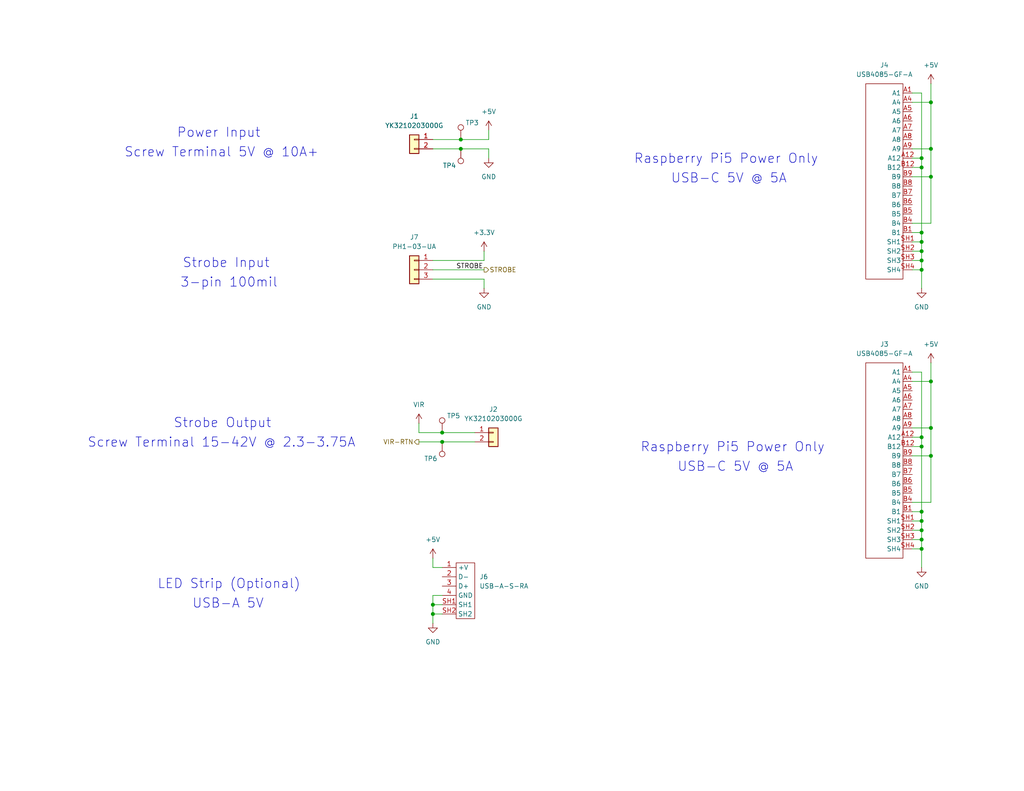
<source format=kicad_sch>
(kicad_sch (version 20250114) (generator "eeschema") (generator_version "9.0")
  (paper "A")
  (title_block (title "Dual RPi5 Connector Board") (date "2025-09-04") (rev "Rev.1") (company "PiTrac"))
  (lib_symbols
    (symbol "Connector:TestPoint" (pin_numbers (hide yes)) (pin_names (offset 0.762) (hide yes))
      (property "Reference" "TP" (at 0 6.858 0))
      (property "Value" "TestPoint" (at 0 5.08 0))
      (symbol "TestPoint_0_1"
        (circle (center 0 3.302) (radius 0.762))
      )
      (symbol "TestPoint_1_1"
        (pin passive line (at 0 0 90) (length 2.54) (name "1") (number "1"))
      )
    )
    (symbol "Connector_Generic:Conn_01x02" (pin_names (offset 1.016) (hide yes))
      (property "Reference" "J" (at 0 2.54 0))
      (property "Value" "Conn_01x02" (at 0 -5.08 0))
      (symbol "Conn_01x02_1_1"
        (rectangle (start -1.27 1.27) (end 1.27 -3.81) (stroke (width 0.254)) (fill (type background)))
        (rectangle (start -1.27 0.127) (end 0 -0.127) (stroke (width 0.1524)))
        (rectangle (start -1.27 -2.413) (end 0 -2.667) (stroke (width 0.1524)))
        (pin passive line (at -5.08 0 0) (length 3.81) (name "Pin_1") (number "1"))
        (pin passive line (at -5.08 -2.54 0) (length 3.81) (name "Pin_2") (number "2"))
      )
    )
    (symbol "Connector_Generic:Conn_01x03" (pin_names (offset 1.016) (hide yes))
      (property "Reference" "J" (at 0 5.08 0))
      (property "Value" "Conn_01x03" (at 0 -5.08 0))
      (symbol "Conn_01x03_1_1"
        (rectangle (start -1.27 3.81) (end 1.27 -3.81) (stroke (width 0.254)) (fill (type background)))
        (rectangle (start -1.27 2.667) (end 0 2.413) (stroke (width 0.1524)))
        (rectangle (start -1.27 0.127) (end 0 -0.127) (stroke (width 0.1524)))
        (rectangle (start -1.27 -2.413) (end 0 -2.667) (stroke (width 0.1524)))
        (pin passive line (at -5.08 2.54 0) (length 3.81) (name "Pin_1") (number "1"))
        (pin passive line (at -5.08 0 0) (length 3.81) (name "Pin_2") (number "2"))
        (pin passive line (at -5.08 -2.54 0) (length 3.81) (name "Pin_3") (number "3"))
      )
    )
    (symbol "Pi Connector Parts:USB-A-S-RA"
      (property "Reference" "J6" (at -6.35 1.2701 0))
      (property "Value" "USB-A-S-RA" (at -6.35 -1.2699 0))
      (symbol "USB-A-S-RA_0_1"
        (rectangle (start -5.08 5.08) (end 0 -10.16))
      )
      (symbol "USB-A-S-RA_1_1"
        (pin passive line (at 3.81 3.81 180) (length 3.81) (name "+V") (number "1"))
        (pin passive line (at 3.81 1.27 180) (length 3.81) (name "D-") (number "2"))
        (pin passive line (at 3.81 -1.27 180) (length 3.81) (name "D+") (number "3"))
        (pin passive line (at 3.81 -3.81 180) (length 3.81) (name "GND") (number "4"))
        (pin passive line (at 3.81 -6.35 180) (length 3.81) (name "SH1") (number "SH1"))
        (pin passive line (at 3.81 -8.89 180) (length 3.81) (name "SH2") (number "SH2"))
      )
    )
    (symbol "Pi Connector Parts:USB4085-GF-A"
      (property "Reference" "J" (at -9.398 27.432 0))
      (symbol "USB4085-GF-A_0_1"
        (rectangle (start 0 26.67) (end -10.16 -26.67))
      )
      (symbol "USB4085-GF-A_1_1"
        (pin passive line (at 2.54 24.13 180) (length 2.54) (name "A1") (number "A1"))
        (pin passive line (at 2.54 21.59 180) (length 2.54) (name "A4") (number "A4"))
        (pin passive line (at 2.54 19.05 180) (length 2.54) (name "A5") (number "A5"))
        (pin passive line (at 2.54 16.51 180) (length 2.54) (name "A6") (number "A6"))
        (pin passive line (at 2.54 13.97 180) (length 2.54) (name "A7") (number "A7"))
        (pin passive line (at 2.54 11.43 180) (length 2.54) (name "A8") (number "A8"))
        (pin passive line (at 2.54 8.89 180) (length 2.54) (name "A9") (number "A9"))
        (pin passive line (at 2.54 6.35 180) (length 2.54) (name "A12") (number "A12"))
        (pin passive line (at 2.54 3.81 180) (length 2.54) (name "B12") (number "B12"))
        (pin passive line (at 2.54 1.27 180) (length 2.54) (name "B9") (number "B9"))
        (pin passive line (at 2.54 -1.27 180) (length 2.54) (name "B8") (number "B8"))
        (pin passive line (at 2.54 -3.81 180) (length 2.54) (name "B7") (number "B7"))
        (pin passive line (at 2.54 -6.35 180) (length 2.54) (name "B6") (number "B6"))
        (pin passive line (at 2.54 -8.89 180) (length 2.54) (name "B5") (number "B5"))
        (pin passive line (at 2.54 -11.43 180) (length 2.54) (name "B4") (number "B4"))
        (pin passive line (at 2.54 -13.97 180) (length 2.54) (name "B1") (number "B1"))
        (pin passive line (at 2.54 -16.51 180) (length 2.54) (name "SH1") (number "SH1"))
        (pin passive line (at 2.54 -19.05 180) (length 2.54) (name "SH2") (number "SH2"))
        (pin passive line (at 2.54 -21.59 180) (length 2.54) (name "SH3") (number "SH3"))
        (pin passive line (at 2.54 -24.13 180) (length 2.54) (name "SH4") (number "SH4"))
      )
    )
    (symbol "power:+5V" (power) (pin_numbers (hide yes)) (pin_names (offset 0) (hide yes))
      (property "Value" "+5V" (at 0 3.556 0))
      (symbol "+5V_0_1"
        (polyline (pts (xy -0.762 1.27) (xy 0 2.54)))
        (polyline (pts (xy 0 2.54) (xy 0.762 1.27)))
        (polyline (pts (xy 0 0) (xy 0 2.54)))
      )
      (symbol "+5V_1_1"
        (pin power_in line (at 0 0 90) (length 0) (name "~") (number "1"))
      )
    )
    (symbol "power:GND" (power) (pin_numbers (hide yes)) (pin_names (offset 0) (hide yes))
      (property "Value" "GND" (at 0 -3.81 0))
      (symbol "GND_0_1"
        (polyline (pts (xy 0 0) (xy 0 -1.27) (xy 1.27 -1.27) (xy 0 -2.54) (xy -1.27 -1.27) (xy 0 -1.27)))
      )
      (symbol "GND_1_1"
        (pin power_in line (at 0 0 270) (length 0) (name "~") (number "1"))
      )
    )
  )
  (text "Power Input" (at 59.69 36.322 0) (effects (font (size 2.54 2.54))))
  (text "Raspberry Pi5 Power Only" (at 199.898 122.174 0) (effects (font (size 2.54 2.54))))
  (text "LED Strip (Optional)" (at 62.484 159.512 0) (effects (font (size 2.54 2.54))))
  (text "Raspberry Pi5 Power Only" (at 198.12 43.434 0) (effects (font (size 2.54 2.54))))
  (text "Screw Terminal 15-42V @ 2.3-3.75A" (at 60.452 120.904 0) (effects (font (size 2.54 2.54))))
  (text "3-pin 100mil" (at 62.484 77.216 0) (effects (font (size 2.54 2.54))))
  (text "USB-C 5V @ 5A" (at 198.882 48.768 0) (effects (font (size 2.54 2.54))))
  (text "USB-C 5V @ 5A" (at 200.66 127.508 0) (effects (font (size 2.54 2.54))))
  (text "Screw Terminal 5V @ 10A+" (at 60.452 41.656 0) (effects (font (size 2.54 2.54))))
  (text "USB-A 5V" (at 62.23 164.846 0) (effects (font (size 2.54 2.54))))
  (text "Strobe Output" (at 60.706 115.57 0) (effects (font (size 2.54 2.54))))
  (text "Strobe Input" (at 61.722 71.882 0) (effects (font (size 2.54 2.54))))
  (junction (at 251.46 43.18))
  (junction (at 118.11 165.1))
  (junction (at 251.46 73.66))
  (junction (at 251.46 139.7))
  (junction (at 251.46 45.72))
  (junction (at 251.46 71.12))
  (junction (at 251.46 121.92))
  (junction (at 254 116.84))
  (junction (at 251.46 68.58))
  (junction (at 254 48.26))
  (junction (at 254 124.46))
  (junction (at 251.46 119.38))
  (junction (at 125.73 38.1))
  (junction (at 118.11 167.64))
  (junction (at 251.46 149.86))
  (junction (at 254 40.64))
  (junction (at 125.73 40.64))
  (junction (at 254 27.94))
  (junction (at 251.46 66.04))
  (junction (at 120.65 118.11))
  (junction (at 251.46 147.32))
  (junction (at 254 104.14))
  (junction (at 120.65 120.65))
  (junction (at 251.46 144.78))
  (junction (at 251.46 63.5))
  (junction (at 251.46 142.24))
  (wire (pts (xy 254 104.14) (xy 248.92 104.14)))
  (wire (pts (xy 251.46 63.5) (xy 251.46 45.72)))
  (wire (pts (xy 118.11 162.56) (xy 118.11 165.1)))
  (wire (pts (xy 114.3 118.11) (xy 114.3 115.57)))
  (wire (pts (xy 254 48.26) (xy 254 60.96)))
  (wire (pts (xy 118.11 165.1) (xy 118.11 167.64)))
  (wire (pts (xy 251.46 73.66) (xy 251.46 78.74)))
  (wire (pts (xy 254 104.14) (xy 254 116.84)))
  (wire (pts (xy 251.46 25.4) (xy 251.46 43.18)))
  (wire (pts (xy 254 116.84) (xy 254 124.46)))
  (wire (pts (xy 254 40.64) (xy 248.92 40.64)))
  (wire (pts (xy 118.11 167.64) (xy 118.11 170.18)))
  (wire (pts (xy 254 48.26) (xy 248.92 48.26)))
  (wire (pts (xy 251.46 63.5) (xy 248.92 63.5)))
  (wire (pts (xy 251.46 45.72) (xy 251.46 43.18)))
  (wire (pts (xy 254 60.96) (xy 248.92 60.96)))
  (wire (pts (xy 254 124.46) (xy 248.92 124.46)))
  (wire (pts (xy 251.46 142.24) (xy 251.46 139.7)))
  (wire (pts (xy 251.46 66.04) (xy 251.46 63.5)))
  (wire (pts (xy 251.46 68.58) (xy 251.46 66.04)))
  (wire (pts (xy 248.92 25.4) (xy 251.46 25.4)))
  (wire (pts (xy 118.11 40.64) (xy 125.73 40.64)))
  (wire (pts (xy 251.46 43.18) (xy 248.92 43.18)))
  (wire (pts (xy 251.46 101.6) (xy 251.46 119.38)))
  (wire (pts (xy 251.46 149.86) (xy 251.46 147.32)))
  (wire (pts (xy 251.46 121.92) (xy 251.46 119.38)))
  (wire (pts (xy 132.08 71.12) (xy 132.08 68.58)))
  (wire (pts (xy 254 27.94) (xy 254 40.64)))
  (wire (pts (xy 118.11 167.64) (xy 120.65 167.64)))
  (wire (pts (xy 254 124.46) (xy 254 137.16)))
  (wire (pts (xy 254 99.06) (xy 254 104.14)))
  (wire (pts (xy 118.11 71.12) (xy 132.08 71.12)))
  (wire (pts (xy 114.3 120.65) (xy 120.65 120.65)))
  (wire (pts (xy 251.46 149.86) (xy 248.92 149.86)))
  (wire (pts (xy 133.35 40.64) (xy 133.35 43.18)))
  (wire (pts (xy 251.46 73.66) (xy 251.46 71.12)))
  (wire (pts (xy 248.92 101.6) (xy 251.46 101.6)))
  (wire (pts (xy 251.46 139.7) (xy 251.46 121.92)))
  (wire (pts (xy 251.46 147.32) (xy 251.46 144.78)))
  (wire (pts (xy 118.11 76.2) (xy 132.08 76.2)))
  (wire (pts (xy 251.46 66.04) (xy 248.92 66.04)))
  (wire (pts (xy 251.46 71.12) (xy 251.46 68.58)))
  (wire (pts (xy 120.65 120.65) (xy 129.54 120.65)))
  (wire (pts (xy 114.3 118.11) (xy 120.65 118.11)))
  (wire (pts (xy 118.11 165.1) (xy 120.65 165.1)))
  (wire (pts (xy 251.46 139.7) (xy 248.92 139.7)))
  (wire (pts (xy 118.11 154.94) (xy 118.11 152.4)))
  (wire (pts (xy 254 40.64) (xy 254 48.26)))
  (wire (pts (xy 251.46 119.38) (xy 248.92 119.38)))
  (wire (pts (xy 118.11 162.56) (xy 120.65 162.56)))
  (wire (pts (xy 251.46 121.92) (xy 248.92 121.92)))
  (wire (pts (xy 251.46 68.58) (xy 248.92 68.58)))
  (wire (pts (xy 254 22.86) (xy 254 27.94)))
  (wire (pts (xy 254 27.94) (xy 248.92 27.94)))
  (wire (pts (xy 251.46 142.24) (xy 248.92 142.24)))
  (wire (pts (xy 125.73 38.1) (xy 133.35 38.1)))
  (wire (pts (xy 120.65 118.11) (xy 129.54 118.11)))
  (wire (pts (xy 125.73 40.64) (xy 133.35 40.64)))
  (wire (pts (xy 254 116.84) (xy 248.92 116.84)))
  (wire (pts (xy 251.46 144.78) (xy 251.46 142.24)))
  (wire (pts (xy 251.46 45.72) (xy 248.92 45.72)))
  (wire (pts (xy 133.35 38.1) (xy 133.35 35.56)))
  (wire (pts (xy 118.11 38.1) (xy 125.73 38.1)))
  (wire (pts (xy 251.46 144.78) (xy 248.92 144.78)))
  (wire (pts (xy 251.46 71.12) (xy 248.92 71.12)))
  (wire (pts (xy 251.46 149.86) (xy 251.46 154.94)))
  (wire (pts (xy 251.46 147.32) (xy 248.92 147.32)))
  (wire (pts (xy 132.08 76.2) (xy 132.08 78.74)))
  (wire (pts (xy 251.46 73.66) (xy 248.92 73.66)))
  (wire (pts (xy 254 137.16) (xy 248.92 137.16)))
  (wire (pts (xy 118.11 73.66) (xy 132.08 73.66)))
  (wire (pts (xy 118.11 154.94) (xy 120.65 154.94)))
  (label "STROBE" (at 124.46 73.66 0))
  (hierarchical_label "VIR-RTN" (shape output) (at 114.3 120.65 180))
  (hierarchical_label "STROBE" (shape output) (at 132.08 73.66 0))
  (symbol (lib_id "power:GND") (at 132.08 78.74 0) (unit 1)
    (property "Reference" "#PWR037" (effects (hide yes)))
    (property "Value" "GND" (at 132.08 83.82 0))
    (property "Description" "Power symbol creates a global label with name \"GND\" , ground" (effects (hide yes)))
  )
  (symbol (lib_id "Connector:TestPoint") (at 120.65 118.11 0) (unit 1)
    (property "Reference" "TP5" (at 121.92 113.538 0) (effects (justify left)))
    (property "Value" "TestPoint" (effects (hide yes)))
    (property "Footprint" "TestPoint:TestPoint_Pad_D1.0mm" (effects (hide yes)))
    (property "Description" "test point" (effects (hide yes)))
  )
  (symbol (lib_id "Pi Connector Parts:USB4085-GF-A") (at 246.38 125.73 0) (unit 1)
    (property "Reference" "J3" (at 241.3 93.98 0))
    (property "Value" "USB4085-GF-A" (at 241.3 96.52 0))
    (property "Footprint" "Pi Connector Parts:USB4085-GF-A" (effects (hide yes)))
    (property "Datasheet" "file:///C:/Users/mark/Downloads/USB4085.pdf" (effects (hide yes)))
  )
  (symbol (lib_id "power:GND") (at 133.35 43.18 0) (unit 1)
    (property "Reference" "#PWR019" (effects (hide yes)))
    (property "Value" "GND" (at 133.35 48.26 0))
    (property "Description" "Power symbol creates a global label with name \"GND\" , ground" (effects (hide yes)))
  )
  (symbol (lib_id "power:+5V") (at 132.08 68.58 0) (unit 1)
    (property "Reference" "#PWR08" (effects (hide yes)))
    (property "Value" "+3.3V" (at 132.08 63.5 0))
    (property "Description" "Power symbol creates a global label with name \"+5V\"" (effects (hide yes)))
  )
  (symbol (lib_id "Connector_Generic:Conn_01x02") (at 113.03 38.1 0) (mirror y) (unit 1)
    (property "Reference" "J1" (at 113.03 31.75 0))
    (property "Value" "YK3210203000G" (at 113.03 34.29 0))
    (property "Footprint" "Pi Connector Parts:YK3210203000G" (effects (hide yes)))
    (property "Datasheet" "http://www.anytek.com.tw/Upload/YK321-17081150448.pdf" (effects (hide yes)))
    (property "Description" "CONN BARRIER STRIP 2CIRC 0.3\"" (effects (hide yes)))
  )
  (symbol (lib_id "power:+5V") (at 114.3 115.57 0) (mirror y) (unit 1)
    (property "Reference" "#PWR020" (effects (hide yes)))
    (property "Value" "VIR" (at 114.3 110.49 0))
    (property "Description" "Power symbol creates a global label with name \"+5V\"" (effects (hide yes)))
  )
  (symbol (lib_id "Connector_Generic:Conn_01x03") (at 113.03 73.66 0) (mirror y) (unit 1)
    (property "Reference" "J7" (at 113.03 64.77 0))
    (property "Value" "PH1-03-UA" (at 113.03 67.31 0))
    (property "Footprint" "Connector_PinHeader_2.54mm:PinHeader_1x03_P2.54mm_Vertical" (effects (hide yes)))
    (property "Datasheet" "https://app.adam-tech.com/products/download/data_sheet/201605/ph1-xx-ua-data-sheet.pdf" (effects (hide yes)))
  )
  (symbol (lib_id "Pi Connector Parts:USB4085-GF-A") (at 246.38 49.53 0) (unit 1)
    (property "Reference" "J4" (at 241.3 17.78 0))
    (property "Value" "USB4085-GF-A" (at 241.3 20.32 0))
    (property "Footprint" "Pi Connector Parts:USB4085-GF-A" (effects (hide yes)))
    (property "Datasheet" "file:///C:/Users/mark/Downloads/USB4085.pdf" (effects (hide yes)))
  )
  (symbol (lib_id "Connector:TestPoint") (at 120.65 120.65 180) (unit 1)
    (property "Reference" "TP6" (at 119.38 125.222 0) (effects (justify left)))
    (property "Value" "TestPoint" (effects (hide yes)))
    (property "Footprint" "TestPoint:TestPoint_Pad_D1.0mm" (effects (hide yes)))
    (property "Description" "test point" (effects (hide yes)))
  )
  (symbol (lib_id "Pi Connector Parts:USB-A-S-RA") (at 124.46 158.75 0) (mirror y) (unit 1)
    (property "Reference" "J6" (at 130.81 157.4799 0) (effects (justify right)))
    (property "Value" "USB-A-S-RA" (at 130.81 160.0199 0) (effects (justify right)))
    (property "Footprint" "Pi Connector Parts:USB-A-S-RA" (effects (hide yes)))
    (property "Datasheet" "https://app.adam-tech.com/products/download/data_sheet/195865/usb-a-s-ra-data-sheet.pdf" (effects (hide yes)))
  )
  (symbol (lib_id "Connector:TestPoint") (at 125.73 40.64 180) (unit 1)
    (property "Reference" "TP4" (at 124.46 45.212 0) (effects (justify left)))
    (property "Value" "TestPoint" (effects (hide yes)))
    (property "Footprint" "TestPoint:TestPoint_Pad_D1.0mm" (effects (hide yes)))
    (property "Description" "test point" (effects (hide yes)))
  )
  (symbol (lib_id "Connector_Generic:Conn_01x02") (at 134.62 118.11 0) (unit 1)
    (property "Reference" "J2" (at 134.62 111.76 0))
    (property "Value" "YK3210203000G" (at 134.62 114.3 0))
    (property "Footprint" "Pi Connector Parts:YK3210203000G" (effects (hide yes)))
    (property "Datasheet" "http://www.anytek.com.tw/Upload/YK321-17081150448.pdf" (effects (hide yes)))
    (property "Description" "CONN BARRIER STRIP 2CIRC 0.3\"" (effects (hide yes)))
  )
  (symbol (lib_id "power:+5V") (at 133.35 35.56 0) (unit 1)
    (property "Reference" "#PWR018" (effects (hide yes)))
    (property "Value" "+5V" (at 133.35 30.48 0))
    (property "Description" "Power symbol creates a global label with name \"+5V\"" (effects (hide yes)))
  )
  (symbol (lib_id "power:+5V") (at 254 22.86 0) (unit 1)
    (property "Reference" "#PWR024" (effects (hide yes)))
    (property "Value" "+5V" (at 254 17.78 0))
    (property "Description" "Power symbol creates a global label with name \"+5V\"" (effects (hide yes)))
  )
  (symbol (lib_id "power:GND") (at 118.11 170.18 0) (unit 1)
    (property "Reference" "#PWR051" (effects (hide yes)))
    (property "Value" "GND" (at 118.11 175.26 0))
    (property "Description" "Power symbol creates a global label with name \"GND\" , ground" (effects (hide yes)))
  )
  (symbol (lib_id "Connector:TestPoint") (at 125.73 38.1 0) (unit 1)
    (property "Reference" "TP3" (at 127 33.528 0) (effects (justify left)))
    (property "Value" "TestPoint" (effects (hide yes)))
    (property "Footprint" "TestPoint:TestPoint_Pad_D1.0mm" (effects (hide yes)))
    (property "Description" "test point" (effects (hide yes)))
  )
  (symbol (lib_id "power:GND") (at 251.46 78.74 0) (unit 1)
    (property "Reference" "#PWR022" (effects (hide yes)))
    (property "Value" "GND" (at 251.46 83.82 0))
    (property "Description" "Power symbol creates a global label with name \"GND\" , ground" (effects (hide yes)))
  )
  (symbol (lib_id "power:+5V") (at 118.11 152.4 0) (unit 1)
    (property "Reference" "#PWR052" (effects (hide yes)))
    (property "Value" "+5V" (at 118.11 147.32 0))
    (property "Description" "Power symbol creates a global label with name \"+5V\"" (effects (hide yes)))
  )
  (symbol (lib_id "power:+5V") (at 254 99.06 0) (unit 1)
    (property "Reference" "#PWR023" (effects (hide yes)))
    (property "Value" "+5V" (at 254 93.98 0))
    (property "Description" "Power symbol creates a global label with name \"+5V\"" (effects (hide yes)))
  )
  (symbol (lib_id "power:GND") (at 251.46 154.94 0) (unit 1)
    (property "Reference" "#PWR021" (effects (hide yes)))
    (property "Value" "GND" (at 251.46 160.02 0))
    (property "Description" "Power symbol creates a global label with name \"GND\" , ground" (effects (hide yes)))
  )
)
</source>
